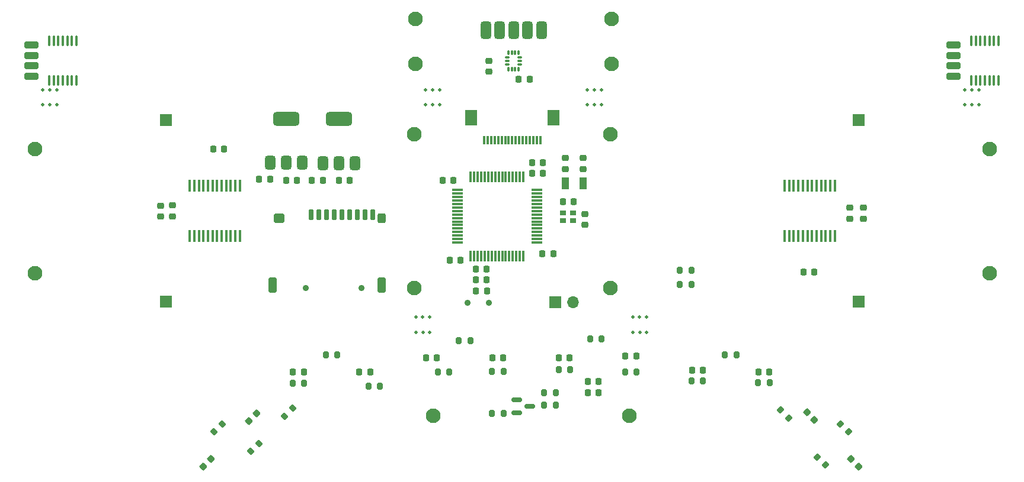
<source format=gbr>
%TF.GenerationSoftware,KiCad,Pcbnew,8.0.4*%
%TF.CreationDate,2024-11-30T23:44:49+01:00*%
%TF.ProjectId,ALL_PCBS,414c4c5f-5043-4425-932e-6b696361645f,rev?*%
%TF.SameCoordinates,Original*%
%TF.FileFunction,Soldermask,Bot*%
%TF.FilePolarity,Negative*%
%FSLAX46Y46*%
G04 Gerber Fmt 4.6, Leading zero omitted, Abs format (unit mm)*
G04 Created by KiCad (PCBNEW 8.0.4) date 2024-11-30 23:44:49*
%MOMM*%
%LPD*%
G01*
G04 APERTURE LIST*
G04 Aperture macros list*
%AMRoundRect*
0 Rectangle with rounded corners*
0 $1 Rounding radius*
0 $2 $3 $4 $5 $6 $7 $8 $9 X,Y pos of 4 corners*
0 Add a 4 corners polygon primitive as box body*
4,1,4,$2,$3,$4,$5,$6,$7,$8,$9,$2,$3,0*
0 Add four circle primitives for the rounded corners*
1,1,$1+$1,$2,$3*
1,1,$1+$1,$4,$5*
1,1,$1+$1,$6,$7*
1,1,$1+$1,$8,$9*
0 Add four rect primitives between the rounded corners*
20,1,$1+$1,$2,$3,$4,$5,0*
20,1,$1+$1,$4,$5,$6,$7,0*
20,1,$1+$1,$6,$7,$8,$9,0*
20,1,$1+$1,$8,$9,$2,$3,0*%
G04 Aperture macros list end*
%ADD10C,0.500000*%
%ADD11RoundRect,0.250000X-0.750000X-0.250000X0.750000X-0.250000X0.750000X0.250000X-0.750000X0.250000X0*%
%ADD12RoundRect,0.100000X0.100000X-0.637500X0.100000X0.637500X-0.100000X0.637500X-0.100000X-0.637500X0*%
%ADD13R,1.700000X1.700000*%
%ADD14C,2.100000*%
%ADD15O,1.700000X1.700000*%
%ADD16C,0.900000*%
%ADD17R,1.000000X1.800000*%
%ADD18RoundRect,0.225000X-0.250000X0.225000X-0.250000X-0.225000X0.250000X-0.225000X0.250000X0.225000X0*%
%ADD19RoundRect,0.225000X-0.225000X-0.250000X0.225000X-0.250000X0.225000X0.250000X-0.225000X0.250000X0*%
%ADD20RoundRect,0.225000X0.250000X-0.225000X0.250000X0.225000X-0.250000X0.225000X-0.250000X-0.225000X0*%
%ADD21RoundRect,0.225000X0.225000X0.250000X-0.225000X0.250000X-0.225000X-0.250000X0.225000X-0.250000X0*%
%ADD22R,0.450000X1.750000*%
%ADD23RoundRect,0.375000X0.375000X-0.625000X0.375000X0.625000X-0.375000X0.625000X-0.375000X-0.625000X0*%
%ADD24RoundRect,0.500000X1.400000X-0.500000X1.400000X0.500000X-1.400000X0.500000X-1.400000X-0.500000X0*%
%ADD25RoundRect,0.200000X-0.200000X-0.275000X0.200000X-0.275000X0.200000X0.275000X-0.200000X0.275000X0*%
%ADD26R,0.900000X0.800000*%
%ADD27R,1.800000X2.200000*%
%ADD28R,0.300000X1.300000*%
%ADD29RoundRect,0.075000X0.700000X0.075000X-0.700000X0.075000X-0.700000X-0.075000X0.700000X-0.075000X0*%
%ADD30RoundRect,0.075000X0.075000X0.700000X-0.075000X0.700000X-0.075000X-0.700000X0.075000X-0.700000X0*%
%ADD31RoundRect,0.200000X0.200000X0.275000X-0.200000X0.275000X-0.200000X-0.275000X0.200000X-0.275000X0*%
%ADD32RoundRect,0.175000X-0.175000X-0.625000X0.175000X-0.625000X0.175000X0.625000X-0.175000X0.625000X0*%
%ADD33RoundRect,0.300000X-0.300000X-0.800000X0.300000X-0.800000X0.300000X0.800000X-0.300000X0.800000X0*%
%ADD34RoundRect,0.350000X-0.450000X-0.350000X0.450000X-0.350000X0.450000X0.350000X-0.450000X0.350000X0*%
%ADD35RoundRect,0.300000X-0.300000X-0.400000X0.300000X-0.400000X0.300000X0.400000X-0.300000X0.400000X0*%
%ADD36RoundRect,0.218750X-0.218750X-0.256250X0.218750X-0.256250X0.218750X0.256250X-0.218750X0.256250X0*%
%ADD37RoundRect,0.150000X-0.587500X-0.150000X0.587500X-0.150000X0.587500X0.150000X-0.587500X0.150000X0*%
%ADD38RoundRect,0.200000X0.053033X-0.335876X0.335876X-0.053033X-0.053033X0.335876X-0.335876X0.053033X0*%
%ADD39RoundRect,0.200000X0.335876X0.053033X0.053033X0.335876X-0.335876X-0.053033X-0.053033X-0.335876X0*%
%ADD40RoundRect,0.225000X-0.017678X0.335876X-0.335876X0.017678X0.017678X-0.335876X0.335876X-0.017678X0*%
%ADD41RoundRect,0.200000X-0.335876X-0.053033X-0.053033X-0.335876X0.335876X0.053033X0.053033X0.335876X0*%
%ADD42RoundRect,0.225000X-0.335876X-0.017678X-0.017678X-0.335876X0.335876X0.017678X0.017678X0.335876X0*%
%ADD43RoundRect,0.375000X-0.375000X0.875000X-0.375000X-0.875000X0.375000X-0.875000X0.375000X0.875000X0*%
%ADD44RoundRect,0.087500X0.087500X-0.225000X0.087500X0.225000X-0.087500X0.225000X-0.087500X-0.225000X0*%
%ADD45RoundRect,0.087500X0.225000X-0.087500X0.225000X0.087500X-0.225000X0.087500X-0.225000X-0.087500X0*%
G04 APERTURE END LIST*
D10*
%TO.C,mouse-bite-2.54mm-4.66mm*%
X178600000Y-129200000D03*
X178600000Y-127070000D03*
X177600000Y-129200000D03*
X177590000Y-127070000D03*
X176600000Y-129200000D03*
X176600000Y-127070000D03*
%TD*%
%TO.C,mouse-bite-2.54mm-4.66mm*%
X147610000Y-129200000D03*
X147610000Y-127070000D03*
X146610000Y-129200000D03*
X146600000Y-127070000D03*
X145610000Y-129200000D03*
X145610000Y-127070000D03*
%TD*%
D11*
%TO.C,Encoder_L2*%
X222410000Y-88080000D03*
X222410000Y-89580000D03*
X222410000Y-91080000D03*
X222410000Y-92580000D03*
%TD*%
D12*
%TO.C,Encoder_L1*%
X228860000Y-93192500D03*
X228210000Y-93192500D03*
X227560000Y-93192500D03*
X226910000Y-93192500D03*
X226260000Y-93192500D03*
X225610000Y-93192500D03*
X224960000Y-93192500D03*
X224960000Y-87467500D03*
X225610000Y-87467500D03*
X226260000Y-87467500D03*
X226910000Y-87467500D03*
X227560000Y-87467500D03*
X228210000Y-87467500D03*
X228860000Y-87467500D03*
%TD*%
D10*
%TO.C,mouse-bite-2.54mm-4.66mm*%
X224060000Y-94530000D03*
X224060000Y-96660000D03*
X225050000Y-94530000D03*
X225060000Y-96660000D03*
X226060000Y-94530000D03*
X226060000Y-96660000D03*
%TD*%
%TO.C,mouse-bite-2.54mm-4.66mm*%
X92330000Y-94530000D03*
X92330000Y-96660000D03*
X93320000Y-94530000D03*
X93330000Y-96660000D03*
X94330000Y-94530000D03*
X94330000Y-96660000D03*
%TD*%
D11*
%TO.C,Encoder_L2*%
X90680000Y-88080000D03*
X90680000Y-89580000D03*
X90680000Y-91080000D03*
X90680000Y-92580000D03*
%TD*%
D12*
%TO.C,Encoder_L1*%
X97130000Y-93192500D03*
X96480000Y-93192500D03*
X95830000Y-93192500D03*
X95180000Y-93192500D03*
X94530000Y-93192500D03*
X93880000Y-93192500D03*
X93230000Y-93192500D03*
X93230000Y-87467500D03*
X93880000Y-87467500D03*
X94530000Y-87467500D03*
X95180000Y-87467500D03*
X95830000Y-87467500D03*
X96480000Y-87467500D03*
X97130000Y-87467500D03*
%TD*%
D13*
%TO.C,P4*%
X109880000Y-98870000D03*
%TD*%
D14*
%TO.C,REF\u002A\u002A*%
X227580000Y-102970000D03*
%TD*%
%TO.C,REF\u002A\u002A*%
X91180000Y-102970000D03*
%TD*%
%TO.C,REF\u002A\u002A*%
X91180000Y-120770000D03*
%TD*%
%TO.C,REF\u002A\u002A*%
X145380000Y-122870000D03*
%TD*%
%TO.C,REF\u002A\u002A*%
X145380000Y-100870000D03*
%TD*%
%TO.C,REF\u002A\u002A*%
X173380000Y-122870000D03*
%TD*%
D13*
%TO.C,P2*%
X208880000Y-124870000D03*
%TD*%
%TO.C,P3*%
X109880000Y-124870000D03*
%TD*%
D14*
%TO.C,REF\u002A\u002A*%
X173380000Y-100870000D03*
%TD*%
D13*
%TO.C,+VIN-*%
X165490000Y-124960000D03*
D15*
X168030000Y-124960000D03*
%TD*%
D13*
%TO.C,P1*%
X208880000Y-98870000D03*
%TD*%
D14*
%TO.C,REF\u002A\u002A*%
X227580000Y-120770000D03*
%TD*%
D16*
%TO.C,BOOT*%
X153030000Y-124980000D03*
X156030000Y-124980000D03*
%TD*%
D17*
%TO.C,X2*%
X169480000Y-107870000D03*
X166980000Y-107870000D03*
%TD*%
D18*
%TO.C,C11*%
X166930000Y-104295000D03*
X166930000Y-105845000D03*
%TD*%
D19*
%TO.C,C1*%
X163705000Y-117945000D03*
X165255000Y-117945000D03*
%TD*%
%TO.C,C17*%
X200989000Y-120568000D03*
X202539000Y-120568000D03*
%TD*%
%TO.C,C16*%
X134605000Y-107470000D03*
X136155000Y-107470000D03*
%TD*%
D18*
%TO.C,C23*%
X109130000Y-111095000D03*
X109130000Y-112645000D03*
%TD*%
D20*
%TO.C,C18*%
X209580000Y-112945000D03*
X209580000Y-111395000D03*
%TD*%
D19*
%TO.C,C6*%
X162205000Y-106445000D03*
X163755000Y-106445000D03*
%TD*%
D21*
%TO.C,C20*%
X118230000Y-103020000D03*
X116680000Y-103020000D03*
%TD*%
D18*
%TO.C,C10*%
X169730000Y-112320000D03*
X169730000Y-113870000D03*
%TD*%
D21*
%TO.C,C15*%
X132305000Y-107445000D03*
X130755000Y-107445000D03*
%TD*%
D19*
%TO.C,C2*%
X154180000Y-120170000D03*
X155730000Y-120170000D03*
%TD*%
D21*
%TO.C,C8*%
X168180000Y-110570000D03*
X166630000Y-110570000D03*
%TD*%
%TO.C,C7*%
X150980000Y-107445000D03*
X149430000Y-107445000D03*
%TD*%
D19*
%TO.C,C5*%
X162205000Y-104945000D03*
X163755000Y-104945000D03*
%TD*%
D21*
%TO.C,C4*%
X151980000Y-118945000D03*
X150430000Y-118945000D03*
%TD*%
D22*
%TO.C,Driver L*%
X120455000Y-115470000D03*
X119805000Y-115470000D03*
X119155000Y-115470000D03*
X118505000Y-115470000D03*
X117855000Y-115470000D03*
X117205000Y-115470000D03*
X116555000Y-115470000D03*
X115905000Y-115470000D03*
X115255000Y-115470000D03*
X114605000Y-115470000D03*
X113955000Y-115470000D03*
X113305000Y-115470000D03*
X113305000Y-108270000D03*
X113955000Y-108270000D03*
X114605000Y-108270000D03*
X115255000Y-108270000D03*
X115905000Y-108270000D03*
X116555000Y-108270000D03*
X117205000Y-108270000D03*
X117855000Y-108270000D03*
X118505000Y-108270000D03*
X119155000Y-108270000D03*
X119805000Y-108270000D03*
X120455000Y-108270000D03*
%TD*%
D23*
%TO.C,U2*%
X129380000Y-104970000D03*
X127080000Y-104970000D03*
D24*
X127080000Y-98670000D03*
D23*
X124780000Y-104970000D03*
%TD*%
D25*
%TO.C,R11*%
X183330000Y-122345000D03*
X184980000Y-122345000D03*
%TD*%
D19*
%TO.C,C3*%
X154180000Y-121745000D03*
X155730000Y-121745000D03*
%TD*%
D18*
%TO.C,C12*%
X169530000Y-104295000D03*
X169530000Y-105845000D03*
%TD*%
D19*
%TO.C,C14*%
X127055000Y-107445000D03*
X128605000Y-107445000D03*
%TD*%
D23*
%TO.C,U3*%
X136905000Y-104995000D03*
X134605000Y-104995000D03*
D24*
X134605000Y-98695000D03*
D23*
X132305000Y-104995000D03*
%TD*%
D26*
%TO.C,X1*%
X168030000Y-113270000D03*
X166630000Y-113270000D03*
X166630000Y-112170000D03*
X168030000Y-112170000D03*
%TD*%
D18*
%TO.C,C24*%
X110830000Y-111070000D03*
X110830000Y-112620000D03*
%TD*%
D27*
%TO.C,GRUZIK3.0*%
X165280000Y-98470000D03*
X153480000Y-98470000D03*
D28*
X163380000Y-101720000D03*
X162880000Y-101720000D03*
X162380000Y-101720000D03*
X161880000Y-101720000D03*
X161380000Y-101720000D03*
X160880000Y-101720000D03*
X160380000Y-101720000D03*
X159880000Y-101720000D03*
X159380000Y-101720000D03*
X158880000Y-101720000D03*
X158380000Y-101720000D03*
X157880000Y-101720000D03*
X157380000Y-101720000D03*
X156880000Y-101720000D03*
X156380000Y-101720000D03*
X155880000Y-101720000D03*
X155380000Y-101720000D03*
%TD*%
D29*
%TO.C,U1*%
X162880000Y-108870000D03*
X162880000Y-109370000D03*
X162880000Y-109870000D03*
X162880000Y-110370000D03*
X162880000Y-110870000D03*
X162880000Y-111370000D03*
X162880000Y-111870000D03*
X162880000Y-112370000D03*
X162880000Y-112870000D03*
X162880000Y-113370000D03*
X162880000Y-113870000D03*
X162880000Y-114370000D03*
X162880000Y-114870000D03*
X162880000Y-115370000D03*
X162880000Y-115870000D03*
X162880000Y-116370000D03*
D30*
X160955000Y-118295000D03*
X160455000Y-118295000D03*
X159955000Y-118295000D03*
X159455000Y-118295000D03*
X158955000Y-118295000D03*
X158455000Y-118295000D03*
X157955000Y-118295000D03*
X157455000Y-118295000D03*
X156955000Y-118295000D03*
X156455000Y-118295000D03*
X155955000Y-118295000D03*
X155455000Y-118295000D03*
X154955000Y-118295000D03*
X154455000Y-118295000D03*
X153955000Y-118295000D03*
X153455000Y-118295000D03*
D29*
X151530000Y-116370000D03*
X151530000Y-115870000D03*
X151530000Y-115370000D03*
X151530000Y-114870000D03*
X151530000Y-114370000D03*
X151530000Y-113870000D03*
X151530000Y-113370000D03*
X151530000Y-112870000D03*
X151530000Y-112370000D03*
X151530000Y-111870000D03*
X151530000Y-111370000D03*
X151530000Y-110870000D03*
X151530000Y-110370000D03*
X151530000Y-109870000D03*
X151530000Y-109370000D03*
X151530000Y-108870000D03*
D30*
X153455000Y-106945000D03*
X153955000Y-106945000D03*
X154455000Y-106945000D03*
X154955000Y-106945000D03*
X155455000Y-106945000D03*
X155955000Y-106945000D03*
X156455000Y-106945000D03*
X156955000Y-106945000D03*
X157455000Y-106945000D03*
X157955000Y-106945000D03*
X158455000Y-106945000D03*
X158955000Y-106945000D03*
X159455000Y-106945000D03*
X159955000Y-106945000D03*
X160455000Y-106945000D03*
X160955000Y-106945000D03*
%TD*%
D31*
%TO.C,R12*%
X184980000Y-120345000D03*
X183330000Y-120345000D03*
%TD*%
D22*
%TO.C,Driver R*%
X198305000Y-108270000D03*
X198955000Y-108270000D03*
X199605000Y-108270000D03*
X200255000Y-108270000D03*
X200905000Y-108270000D03*
X201555000Y-108270000D03*
X202205000Y-108270000D03*
X202855000Y-108270000D03*
X203505000Y-108270000D03*
X204155000Y-108270000D03*
X204805000Y-108270000D03*
X205455000Y-108270000D03*
X205455000Y-115470000D03*
X204805000Y-115470000D03*
X204155000Y-115470000D03*
X203505000Y-115470000D03*
X202855000Y-115470000D03*
X202205000Y-115470000D03*
X201555000Y-115470000D03*
X200905000Y-115470000D03*
X200255000Y-115470000D03*
X199605000Y-115470000D03*
X198955000Y-115470000D03*
X198305000Y-115470000D03*
%TD*%
D16*
%TO.C,SD_Card*%
X129880000Y-122870000D03*
X137880000Y-122870000D03*
D32*
X130680000Y-112370000D03*
X131780000Y-112370000D03*
X132880000Y-112370000D03*
X133980000Y-112370000D03*
X135080000Y-112370000D03*
X136180000Y-112370000D03*
X137280000Y-112370000D03*
X138380000Y-112370000D03*
X139480000Y-112370000D03*
D33*
X125180000Y-122470000D03*
D34*
X126080000Y-112870000D03*
D35*
X140680000Y-112870000D03*
D33*
X140680000Y-122470000D03*
%TD*%
D21*
%TO.C,C13*%
X124780000Y-107320000D03*
X123230000Y-107320000D03*
%TD*%
D20*
%TO.C,C19*%
X207580000Y-112945000D03*
X207580000Y-111395000D03*
%TD*%
D36*
%TO.C,L1*%
X154180000Y-123320000D03*
X155755000Y-123320000D03*
%TD*%
D21*
%TO.C,C2*%
X171695000Y-136310000D03*
X170145000Y-136310000D03*
%TD*%
D37*
%TO.C,Q1*%
X161869500Y-139832000D03*
X159994500Y-140782000D03*
X159994500Y-138882000D03*
%TD*%
D21*
%TO.C,C1*%
X171720000Y-137885000D03*
X170170000Y-137885000D03*
%TD*%
D38*
%TO.C,R3*%
X122036637Y-146293363D03*
X123203363Y-145126637D03*
%TD*%
D39*
%TO.C,R20*%
X204153363Y-148243363D03*
X202986637Y-147076637D03*
%TD*%
D31*
%TO.C,R21*%
X165570000Y-139660000D03*
X163920000Y-139660000D03*
%TD*%
D25*
%TO.C,R17*%
X156495000Y-134810000D03*
X158145000Y-134810000D03*
%TD*%
%TO.C,R12*%
X170495000Y-130210000D03*
X172145000Y-130210000D03*
%TD*%
%TO.C,R4*%
X127995000Y-136510000D03*
X129645000Y-136510000D03*
%TD*%
D19*
%TO.C,C11*%
X156545000Y-132910000D03*
X158095000Y-132910000D03*
%TD*%
D21*
%TO.C,C7*%
X186595000Y-134660000D03*
X185045000Y-134660000D03*
%TD*%
D14*
%TO.C,REF\u002A\u002A*%
X176070000Y-141160000D03*
%TD*%
D25*
%TO.C,R5*%
X148745000Y-134910000D03*
X150395000Y-134910000D03*
%TD*%
D21*
%TO.C,C6*%
X167595000Y-132910000D03*
X166045000Y-132910000D03*
%TD*%
D25*
%TO.C,R13*%
X189745000Y-132485000D03*
X191395000Y-132485000D03*
%TD*%
D31*
%TO.C,R19*%
X196145000Y-136410000D03*
X194495000Y-136410000D03*
%TD*%
D25*
%TO.C,R11*%
X151745000Y-130410000D03*
X153395000Y-130410000D03*
%TD*%
D40*
%TO.C,C3*%
X116368008Y-147361992D03*
X115271992Y-148458008D03*
%TD*%
D38*
%TO.C,R15*%
X126828274Y-141251726D03*
X127995000Y-140085000D03*
%TD*%
D14*
%TO.C,REF\u002A\u002A*%
X148070000Y-141160000D03*
%TD*%
D19*
%TO.C,C10*%
X137545000Y-134910000D03*
X139095000Y-134910000D03*
%TD*%
D39*
%TO.C,R8*%
X198903363Y-141493363D03*
X197736637Y-140326637D03*
%TD*%
D41*
%TO.C,R14*%
X206236637Y-142326637D03*
X207403363Y-143493363D03*
%TD*%
D25*
%TO.C,R16*%
X138820000Y-136910000D03*
X140470000Y-136910000D03*
%TD*%
D19*
%TO.C,C4*%
X128045000Y-134910000D03*
X129595000Y-134910000D03*
%TD*%
D21*
%TO.C,C12*%
X177095000Y-132660000D03*
X175545000Y-132660000D03*
%TD*%
D19*
%TO.C,C5*%
X147045000Y-132910000D03*
X148595000Y-132910000D03*
%TD*%
D38*
%TO.C,R9*%
X116736637Y-143493363D03*
X117903363Y-142326637D03*
%TD*%
D25*
%TO.C,R23*%
X156495000Y-140810000D03*
X158145000Y-140810000D03*
%TD*%
%TO.C,R10*%
X132745000Y-132485000D03*
X134395000Y-132485000D03*
%TD*%
D31*
%TO.C,R18*%
X177145000Y-134910000D03*
X175495000Y-134910000D03*
%TD*%
D40*
%TO.C,C9*%
X122868008Y-140861992D03*
X121771992Y-141958008D03*
%TD*%
D21*
%TO.C,C13*%
X196120000Y-134910000D03*
X194570000Y-134910000D03*
%TD*%
D42*
%TO.C,C8*%
X201471992Y-140661992D03*
X202568008Y-141758008D03*
%TD*%
D31*
%TO.C,R22*%
X165570000Y-137910000D03*
X163920000Y-137910000D03*
%TD*%
%TO.C,R6*%
X167645000Y-134610000D03*
X165995000Y-134610000D03*
%TD*%
D42*
%TO.C,C14*%
X207771992Y-147361992D03*
X208868008Y-148458008D03*
%TD*%
D31*
%TO.C,R7*%
X186620000Y-136210000D03*
X184970000Y-136210000D03*
%TD*%
D19*
%TO.C,C1*%
X160307000Y-93030000D03*
X161857000Y-93030000D03*
%TD*%
D14*
%TO.C,REF\u002A\u002A*%
X145557000Y-90830000D03*
%TD*%
%TO.C,REF\u002A\u002A*%
X173557000Y-90830000D03*
%TD*%
D18*
%TO.C,C2*%
X156057000Y-90380000D03*
X156057000Y-91930000D03*
%TD*%
D14*
%TO.C,REF\u002A\u002A*%
X173557000Y-84330000D03*
%TD*%
D43*
%TO.C,IMU_Conn1*%
X155582000Y-85980000D03*
X157582000Y-85980000D03*
X159582000Y-85980000D03*
X161582000Y-85980000D03*
X163582000Y-85980000D03*
%TD*%
D10*
%TO.C,mouse-bite-2.54mm-4.66mm*%
X170110000Y-94530000D03*
X170110000Y-96660000D03*
X171100000Y-94530000D03*
X171110000Y-96660000D03*
X172110000Y-94530000D03*
X172110000Y-96660000D03*
%TD*%
%TO.C,mouse-bite-2.54mm-4.66mm*%
X147020000Y-94530000D03*
X147020000Y-96660000D03*
X148010000Y-94530000D03*
X148020000Y-96660000D03*
X149020000Y-94530000D03*
X149020000Y-96660000D03*
%TD*%
D14*
%TO.C,REF\u002A\u002A*%
X145557000Y-84330000D03*
%TD*%
D44*
%TO.C,U1*%
X160307000Y-91555000D03*
X159807000Y-91555000D03*
X159307000Y-91555000D03*
X158807000Y-91555000D03*
D45*
X158644500Y-90892500D03*
X158644500Y-90392500D03*
X158644500Y-89892500D03*
D44*
X158807000Y-89230000D03*
X159307000Y-89230000D03*
X159807000Y-89230000D03*
X160307000Y-89230000D03*
D45*
X160469500Y-89892500D03*
X160469500Y-90392500D03*
X160469500Y-90892500D03*
%TD*%
M02*

</source>
